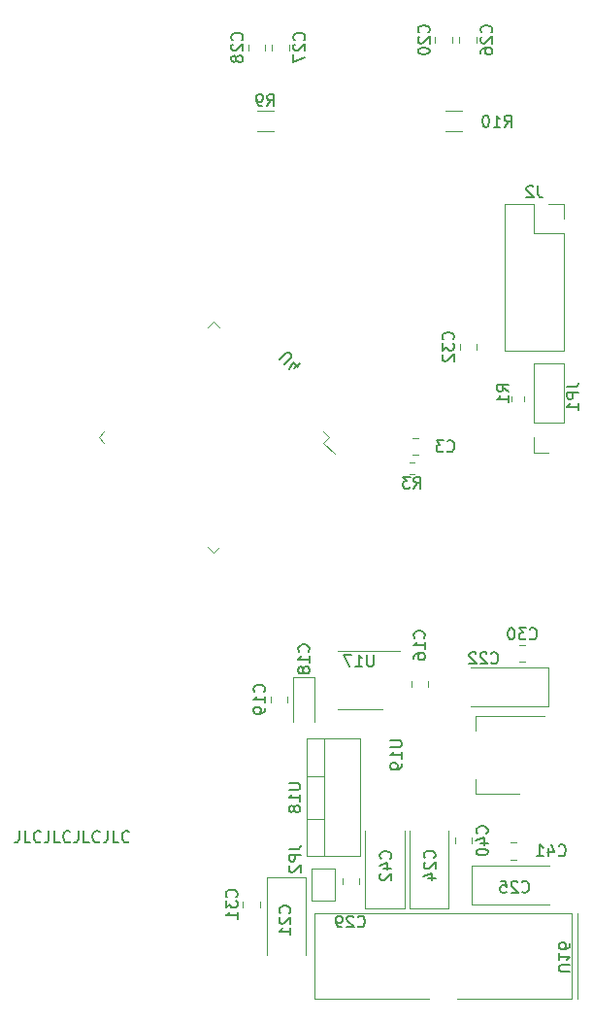
<source format=gbr>
%TF.GenerationSoftware,KiCad,Pcbnew,(6.0.6)*%
%TF.CreationDate,2022-11-26T14:51:24+01:00*%
%TF.ProjectId,wt,77742e6b-6963-4616-945f-706362585858,rev?*%
%TF.SameCoordinates,Original*%
%TF.FileFunction,Legend,Bot*%
%TF.FilePolarity,Positive*%
%FSLAX46Y46*%
G04 Gerber Fmt 4.6, Leading zero omitted, Abs format (unit mm)*
G04 Created by KiCad (PCBNEW (6.0.6)) date 2022-11-26 14:51:24*
%MOMM*%
%LPD*%
G01*
G04 APERTURE LIST*
%ADD10C,0.150000*%
%ADD11C,0.120000*%
G04 APERTURE END LIST*
D10*
%TO.C,REF\u002A\u002A*%
X20933352Y20715219D02*
X20933352Y20000933D01*
X20885733Y19858076D01*
X20790495Y19762838D01*
X20647638Y19715219D01*
X20552400Y19715219D01*
X21885733Y19715219D02*
X21409542Y19715219D01*
X21409542Y20715219D01*
X22790495Y19810457D02*
X22742876Y19762838D01*
X22600019Y19715219D01*
X22504780Y19715219D01*
X22361923Y19762838D01*
X22266685Y19858076D01*
X22219066Y19953314D01*
X22171447Y20143790D01*
X22171447Y20286647D01*
X22219066Y20477123D01*
X22266685Y20572361D01*
X22361923Y20667600D01*
X22504780Y20715219D01*
X22600019Y20715219D01*
X22742876Y20667600D01*
X22790495Y20619980D01*
X23504780Y20715219D02*
X23504780Y20000933D01*
X23457161Y19858076D01*
X23361923Y19762838D01*
X23219066Y19715219D01*
X23123828Y19715219D01*
X24457161Y19715219D02*
X23980971Y19715219D01*
X23980971Y20715219D01*
X25361923Y19810457D02*
X25314304Y19762838D01*
X25171447Y19715219D01*
X25076209Y19715219D01*
X24933352Y19762838D01*
X24838114Y19858076D01*
X24790495Y19953314D01*
X24742876Y20143790D01*
X24742876Y20286647D01*
X24790495Y20477123D01*
X24838114Y20572361D01*
X24933352Y20667600D01*
X25076209Y20715219D01*
X25171447Y20715219D01*
X25314304Y20667600D01*
X25361923Y20619980D01*
X26076209Y20715219D02*
X26076209Y20000933D01*
X26028590Y19858076D01*
X25933352Y19762838D01*
X25790495Y19715219D01*
X25695257Y19715219D01*
X27028590Y19715219D02*
X26552400Y19715219D01*
X26552400Y20715219D01*
X27933352Y19810457D02*
X27885733Y19762838D01*
X27742876Y19715219D01*
X27647638Y19715219D01*
X27504780Y19762838D01*
X27409542Y19858076D01*
X27361923Y19953314D01*
X27314304Y20143790D01*
X27314304Y20286647D01*
X27361923Y20477123D01*
X27409542Y20572361D01*
X27504780Y20667600D01*
X27647638Y20715219D01*
X27742876Y20715219D01*
X27885733Y20667600D01*
X27933352Y20619980D01*
X28647638Y20715219D02*
X28647638Y20000933D01*
X28600019Y19858076D01*
X28504780Y19762838D01*
X28361923Y19715219D01*
X28266685Y19715219D01*
X29600019Y19715219D02*
X29123828Y19715219D01*
X29123828Y20715219D01*
X30504780Y19810457D02*
X30457161Y19762838D01*
X30314304Y19715219D01*
X30219066Y19715219D01*
X30076209Y19762838D01*
X29980971Y19858076D01*
X29933352Y19953314D01*
X29885733Y20143790D01*
X29885733Y20286647D01*
X29933352Y20477123D01*
X29980971Y20572361D01*
X30076209Y20667600D01*
X30219066Y20715219D01*
X30314304Y20715219D01*
X30457161Y20667600D01*
X30504780Y20619980D01*
%TO.C,C27*%
X45750542Y89644457D02*
X45798161Y89692076D01*
X45845780Y89834933D01*
X45845780Y89930171D01*
X45798161Y90073028D01*
X45702923Y90168266D01*
X45607685Y90215885D01*
X45417209Y90263504D01*
X45274352Y90263504D01*
X45083876Y90215885D01*
X44988638Y90168266D01*
X44893400Y90073028D01*
X44845780Y89930171D01*
X44845780Y89834933D01*
X44893400Y89692076D01*
X44941019Y89644457D01*
X44941019Y89263504D02*
X44893400Y89215885D01*
X44845780Y89120647D01*
X44845780Y88882552D01*
X44893400Y88787314D01*
X44941019Y88739695D01*
X45036257Y88692076D01*
X45131495Y88692076D01*
X45274352Y88739695D01*
X45845780Y89311123D01*
X45845780Y88692076D01*
X44845780Y88358742D02*
X44845780Y87692076D01*
X45845780Y88120647D01*
%TO.C,R3*%
X55353866Y50582019D02*
X55687200Y51058209D01*
X55925295Y50582019D02*
X55925295Y51582019D01*
X55544342Y51582019D01*
X55449104Y51534400D01*
X55401485Y51486780D01*
X55353866Y51391542D01*
X55353866Y51248685D01*
X55401485Y51153447D01*
X55449104Y51105828D01*
X55544342Y51058209D01*
X55925295Y51058209D01*
X55020533Y51582019D02*
X54401485Y51582019D01*
X54734819Y51201066D01*
X54591961Y51201066D01*
X54496723Y51153447D01*
X54449104Y51105828D01*
X54401485Y51010590D01*
X54401485Y50772495D01*
X54449104Y50677257D01*
X54496723Y50629638D01*
X54591961Y50582019D01*
X54877676Y50582019D01*
X54972914Y50629638D01*
X55020533Y50677257D01*
%TO.C,C40*%
X61701742Y20505657D02*
X61749361Y20553276D01*
X61796980Y20696133D01*
X61796980Y20791371D01*
X61749361Y20934228D01*
X61654123Y21029466D01*
X61558885Y21077085D01*
X61368409Y21124704D01*
X61225552Y21124704D01*
X61035076Y21077085D01*
X60939838Y21029466D01*
X60844600Y20934228D01*
X60796980Y20791371D01*
X60796980Y20696133D01*
X60844600Y20553276D01*
X60892219Y20505657D01*
X61130314Y19648514D02*
X61796980Y19648514D01*
X60749361Y19886609D02*
X61463647Y20124704D01*
X61463647Y19505657D01*
X60796980Y18934228D02*
X60796980Y18838990D01*
X60844600Y18743752D01*
X60892219Y18696133D01*
X60987457Y18648514D01*
X61177933Y18600895D01*
X61416028Y18600895D01*
X61606504Y18648514D01*
X61701742Y18696133D01*
X61749361Y18743752D01*
X61796980Y18838990D01*
X61796980Y18934228D01*
X61749361Y19029466D01*
X61701742Y19077085D01*
X61606504Y19124704D01*
X61416028Y19172323D01*
X61177933Y19172323D01*
X60987457Y19124704D01*
X60892219Y19077085D01*
X60844600Y19029466D01*
X60796980Y18934228D01*
%TO.C,C25*%
X64777857Y15441657D02*
X64825476Y15394038D01*
X64968333Y15346419D01*
X65063571Y15346419D01*
X65206428Y15394038D01*
X65301666Y15489276D01*
X65349285Y15584514D01*
X65396904Y15774990D01*
X65396904Y15917847D01*
X65349285Y16108323D01*
X65301666Y16203561D01*
X65206428Y16298800D01*
X65063571Y16346419D01*
X64968333Y16346419D01*
X64825476Y16298800D01*
X64777857Y16251180D01*
X64396904Y16251180D02*
X64349285Y16298800D01*
X64254047Y16346419D01*
X64015952Y16346419D01*
X63920714Y16298800D01*
X63873095Y16251180D01*
X63825476Y16155942D01*
X63825476Y16060704D01*
X63873095Y15917847D01*
X64444523Y15346419D01*
X63825476Y15346419D01*
X62920714Y16346419D02*
X63396904Y16346419D01*
X63444523Y15870228D01*
X63396904Y15917847D01*
X63301666Y15965466D01*
X63063571Y15965466D01*
X62968333Y15917847D01*
X62920714Y15870228D01*
X62873095Y15774990D01*
X62873095Y15536895D01*
X62920714Y15441657D01*
X62968333Y15394038D01*
X63063571Y15346419D01*
X63301666Y15346419D01*
X63396904Y15394038D01*
X63444523Y15441657D01*
%TO.C,C26*%
X62082742Y90304857D02*
X62130361Y90352476D01*
X62177980Y90495333D01*
X62177980Y90590571D01*
X62130361Y90733428D01*
X62035123Y90828666D01*
X61939885Y90876285D01*
X61749409Y90923904D01*
X61606552Y90923904D01*
X61416076Y90876285D01*
X61320838Y90828666D01*
X61225600Y90733428D01*
X61177980Y90590571D01*
X61177980Y90495333D01*
X61225600Y90352476D01*
X61273219Y90304857D01*
X61273219Y89923904D02*
X61225600Y89876285D01*
X61177980Y89781047D01*
X61177980Y89542952D01*
X61225600Y89447714D01*
X61273219Y89400095D01*
X61368457Y89352476D01*
X61463695Y89352476D01*
X61606552Y89400095D01*
X62177980Y89971523D01*
X62177980Y89352476D01*
X61177980Y88495333D02*
X61177980Y88685809D01*
X61225600Y88781047D01*
X61273219Y88828666D01*
X61416076Y88923904D01*
X61606552Y88971523D01*
X61987504Y88971523D01*
X62082742Y88923904D01*
X62130361Y88876285D01*
X62177980Y88781047D01*
X62177980Y88590571D01*
X62130361Y88495333D01*
X62082742Y88447714D01*
X61987504Y88400095D01*
X61749409Y88400095D01*
X61654171Y88447714D01*
X61606552Y88495333D01*
X61558933Y88590571D01*
X61558933Y88781047D01*
X61606552Y88876285D01*
X61654171Y88923904D01*
X61749409Y88971523D01*
%TO.C,C3*%
X58255866Y53853057D02*
X58303485Y53805438D01*
X58446342Y53757819D01*
X58541580Y53757819D01*
X58684438Y53805438D01*
X58779676Y53900676D01*
X58827295Y53995914D01*
X58874914Y54186390D01*
X58874914Y54329247D01*
X58827295Y54519723D01*
X58779676Y54614961D01*
X58684438Y54710200D01*
X58541580Y54757819D01*
X58446342Y54757819D01*
X58303485Y54710200D01*
X58255866Y54662580D01*
X57922533Y54757819D02*
X57303485Y54757819D01*
X57636819Y54376866D01*
X57493961Y54376866D01*
X57398723Y54329247D01*
X57351104Y54281628D01*
X57303485Y54186390D01*
X57303485Y53948295D01*
X57351104Y53853057D01*
X57398723Y53805438D01*
X57493961Y53757819D01*
X57779676Y53757819D01*
X57874914Y53805438D01*
X57922533Y53853057D01*
%TO.C,C16*%
X56227342Y37539257D02*
X56274961Y37586876D01*
X56322580Y37729733D01*
X56322580Y37824971D01*
X56274961Y37967828D01*
X56179723Y38063066D01*
X56084485Y38110685D01*
X55894009Y38158304D01*
X55751152Y38158304D01*
X55560676Y38110685D01*
X55465438Y38063066D01*
X55370200Y37967828D01*
X55322580Y37824971D01*
X55322580Y37729733D01*
X55370200Y37586876D01*
X55417819Y37539257D01*
X56322580Y36586876D02*
X56322580Y37158304D01*
X56322580Y36872590D02*
X55322580Y36872590D01*
X55465438Y36967828D01*
X55560676Y37063066D01*
X55608295Y37158304D01*
X55322580Y35729733D02*
X55322580Y35920209D01*
X55370200Y36015447D01*
X55417819Y36063066D01*
X55560676Y36158304D01*
X55751152Y36205923D01*
X56132104Y36205923D01*
X56227342Y36158304D01*
X56274961Y36110685D01*
X56322580Y36015447D01*
X56322580Y35824971D01*
X56274961Y35729733D01*
X56227342Y35682114D01*
X56132104Y35634495D01*
X55894009Y35634495D01*
X55798771Y35682114D01*
X55751152Y35729733D01*
X55703533Y35824971D01*
X55703533Y36015447D01*
X55751152Y36110685D01*
X55798771Y36158304D01*
X55894009Y36205923D01*
%TO.C,R10*%
X63253857Y82072219D02*
X63587190Y82548409D01*
X63825285Y82072219D02*
X63825285Y83072219D01*
X63444333Y83072219D01*
X63349095Y83024600D01*
X63301476Y82976980D01*
X63253857Y82881742D01*
X63253857Y82738885D01*
X63301476Y82643647D01*
X63349095Y82596028D01*
X63444333Y82548409D01*
X63825285Y82548409D01*
X62301476Y82072219D02*
X62872904Y82072219D01*
X62587190Y82072219D02*
X62587190Y83072219D01*
X62682428Y82929361D01*
X62777666Y82834123D01*
X62872904Y82786504D01*
X61682428Y83072219D02*
X61587190Y83072219D01*
X61491952Y83024600D01*
X61444333Y82976980D01*
X61396714Y82881742D01*
X61349095Y82691266D01*
X61349095Y82453171D01*
X61396714Y82262695D01*
X61444333Y82167457D01*
X61491952Y82119838D01*
X61587190Y82072219D01*
X61682428Y82072219D01*
X61777666Y82119838D01*
X61825285Y82167457D01*
X61872904Y82262695D01*
X61920523Y82453171D01*
X61920523Y82691266D01*
X61872904Y82881742D01*
X61825285Y82976980D01*
X61777666Y83024600D01*
X61682428Y83072219D01*
%TO.C,U4*%
X43631772Y61828868D02*
X44204192Y62401288D01*
X44305207Y62434960D01*
X44372551Y62434960D01*
X44473566Y62401288D01*
X44608253Y62266601D01*
X44641925Y62165586D01*
X44641925Y62098242D01*
X44608253Y61997227D01*
X44035833Y61424807D01*
X44911299Y61020746D02*
X45382703Y61492151D01*
X44473566Y60919731D02*
X44810284Y61593166D01*
X45248016Y61155433D01*
%TO.C,C32*%
X58748143Y63558657D02*
X58795762Y63606276D01*
X58843381Y63749133D01*
X58843381Y63844371D01*
X58795762Y63987228D01*
X58700524Y64082466D01*
X58605286Y64130085D01*
X58414810Y64177704D01*
X58271953Y64177704D01*
X58081477Y64130085D01*
X57986239Y64082466D01*
X57891001Y63987228D01*
X57843381Y63844371D01*
X57843381Y63749133D01*
X57891001Y63606276D01*
X57938620Y63558657D01*
X57843381Y63225323D02*
X57843381Y62606276D01*
X58224334Y62939609D01*
X58224334Y62796752D01*
X58271953Y62701514D01*
X58319572Y62653895D01*
X58414810Y62606276D01*
X58652905Y62606276D01*
X58748143Y62653895D01*
X58795762Y62701514D01*
X58843381Y62796752D01*
X58843381Y63082466D01*
X58795762Y63177704D01*
X58748143Y63225323D01*
X57938620Y62225323D02*
X57891001Y62177704D01*
X57843381Y62082466D01*
X57843381Y61844371D01*
X57891001Y61749133D01*
X57938620Y61701514D01*
X58033858Y61653895D01*
X58129096Y61653895D01*
X58271953Y61701514D01*
X58843381Y62272942D01*
X58843381Y61653895D01*
%TO.C,J2*%
X66175133Y76939019D02*
X66175133Y76224733D01*
X66222752Y76081876D01*
X66317990Y75986638D01*
X66460847Y75939019D01*
X66556085Y75939019D01*
X65746561Y76843780D02*
X65698942Y76891400D01*
X65603704Y76939019D01*
X65365609Y76939019D01*
X65270371Y76891400D01*
X65222752Y76843780D01*
X65175133Y76748542D01*
X65175133Y76653304D01*
X65222752Y76510447D01*
X65794180Y75939019D01*
X65175133Y75939019D01*
%TO.C,JP1*%
X68692780Y59405732D02*
X69407066Y59405732D01*
X69549923Y59453351D01*
X69645161Y59548589D01*
X69692780Y59691446D01*
X69692780Y59786684D01*
X69692780Y58929541D02*
X68692780Y58929541D01*
X68692780Y58548589D01*
X68740400Y58453351D01*
X68788019Y58405732D01*
X68883257Y58358113D01*
X69026114Y58358113D01*
X69121352Y58405732D01*
X69168971Y58453351D01*
X69216590Y58548589D01*
X69216590Y58929541D01*
X69692780Y57405732D02*
X69692780Y57977160D01*
X69692780Y57691446D02*
X68692780Y57691446D01*
X68835638Y57786684D01*
X68930876Y57881922D01*
X68978495Y57977160D01*
%TO.C,C30*%
X65463657Y37492457D02*
X65511276Y37444838D01*
X65654133Y37397219D01*
X65749371Y37397219D01*
X65892228Y37444838D01*
X65987466Y37540076D01*
X66035085Y37635314D01*
X66082704Y37825790D01*
X66082704Y37968647D01*
X66035085Y38159123D01*
X65987466Y38254361D01*
X65892228Y38349600D01*
X65749371Y38397219D01*
X65654133Y38397219D01*
X65511276Y38349600D01*
X65463657Y38301980D01*
X65130323Y38397219D02*
X64511276Y38397219D01*
X64844609Y38016266D01*
X64701752Y38016266D01*
X64606514Y37968647D01*
X64558895Y37921028D01*
X64511276Y37825790D01*
X64511276Y37587695D01*
X64558895Y37492457D01*
X64606514Y37444838D01*
X64701752Y37397219D01*
X64987466Y37397219D01*
X65082704Y37444838D01*
X65130323Y37492457D01*
X63892228Y38397219D02*
X63796990Y38397219D01*
X63701752Y38349600D01*
X63654133Y38301980D01*
X63606514Y38206742D01*
X63558895Y38016266D01*
X63558895Y37778171D01*
X63606514Y37587695D01*
X63654133Y37492457D01*
X63701752Y37444838D01*
X63796990Y37397219D01*
X63892228Y37397219D01*
X63987466Y37444838D01*
X64035085Y37492457D01*
X64082704Y37587695D01*
X64130323Y37778171D01*
X64130323Y38016266D01*
X64082704Y38206742D01*
X64035085Y38301980D01*
X63987466Y38349600D01*
X63892228Y38397219D01*
%TO.C,C24*%
X57126142Y18372057D02*
X57173761Y18419676D01*
X57221380Y18562533D01*
X57221380Y18657771D01*
X57173761Y18800628D01*
X57078523Y18895866D01*
X56983285Y18943485D01*
X56792809Y18991104D01*
X56649952Y18991104D01*
X56459476Y18943485D01*
X56364238Y18895866D01*
X56269000Y18800628D01*
X56221380Y18657771D01*
X56221380Y18562533D01*
X56269000Y18419676D01*
X56316619Y18372057D01*
X56316619Y17991104D02*
X56269000Y17943485D01*
X56221380Y17848247D01*
X56221380Y17610152D01*
X56269000Y17514914D01*
X56316619Y17467295D01*
X56411857Y17419676D01*
X56507095Y17419676D01*
X56649952Y17467295D01*
X57221380Y18038723D01*
X57221380Y17419676D01*
X56554714Y16562533D02*
X57221380Y16562533D01*
X56173761Y16800628D02*
X56888047Y17038723D01*
X56888047Y16419676D01*
%TO.C,C41*%
X67978257Y18616657D02*
X68025876Y18569038D01*
X68168733Y18521419D01*
X68263971Y18521419D01*
X68406828Y18569038D01*
X68502066Y18664276D01*
X68549685Y18759514D01*
X68597304Y18949990D01*
X68597304Y19092847D01*
X68549685Y19283323D01*
X68502066Y19378561D01*
X68406828Y19473800D01*
X68263971Y19521419D01*
X68168733Y19521419D01*
X68025876Y19473800D01*
X67978257Y19426180D01*
X67121114Y19188085D02*
X67121114Y18521419D01*
X67359209Y19569038D02*
X67597304Y18854752D01*
X66978257Y18854752D01*
X66073495Y18521419D02*
X66644923Y18521419D01*
X66359209Y18521419D02*
X66359209Y19521419D01*
X66454447Y19378561D01*
X66549685Y19283323D01*
X66644923Y19235704D01*
%TO.C,U17*%
X51826095Y36065019D02*
X51826095Y35255495D01*
X51778476Y35160257D01*
X51730857Y35112638D01*
X51635619Y35065019D01*
X51445142Y35065019D01*
X51349904Y35112638D01*
X51302285Y35160257D01*
X51254666Y35255495D01*
X51254666Y36065019D01*
X50254666Y35065019D02*
X50826095Y35065019D01*
X50540380Y35065019D02*
X50540380Y36065019D01*
X50635619Y35922161D01*
X50730857Y35826923D01*
X50826095Y35779304D01*
X49921333Y36065019D02*
X49254666Y36065019D01*
X49683238Y35065019D01*
%TO.C,C42*%
X53290742Y18321257D02*
X53338361Y18368876D01*
X53385980Y18511733D01*
X53385980Y18606971D01*
X53338361Y18749828D01*
X53243123Y18845066D01*
X53147885Y18892685D01*
X52957409Y18940304D01*
X52814552Y18940304D01*
X52624076Y18892685D01*
X52528838Y18845066D01*
X52433600Y18749828D01*
X52385980Y18606971D01*
X52385980Y18511733D01*
X52433600Y18368876D01*
X52481219Y18321257D01*
X52719314Y17464114D02*
X53385980Y17464114D01*
X52338361Y17702209D02*
X53052647Y17940304D01*
X53052647Y17321257D01*
X52481219Y16987923D02*
X52433600Y16940304D01*
X52385980Y16845066D01*
X52385980Y16606971D01*
X52433600Y16511733D01*
X52481219Y16464114D01*
X52576457Y16416495D01*
X52671695Y16416495D01*
X52814552Y16464114D01*
X53385980Y17035542D01*
X53385980Y16416495D01*
%TO.C,R9*%
X42559266Y83901019D02*
X42892600Y84377209D01*
X43130695Y83901019D02*
X43130695Y84901019D01*
X42749742Y84901019D01*
X42654504Y84853400D01*
X42606885Y84805780D01*
X42559266Y84710542D01*
X42559266Y84567685D01*
X42606885Y84472447D01*
X42654504Y84424828D01*
X42749742Y84377209D01*
X43130695Y84377209D01*
X42083076Y83901019D02*
X41892600Y83901019D01*
X41797361Y83948638D01*
X41749742Y83996257D01*
X41654504Y84139114D01*
X41606885Y84329590D01*
X41606885Y84710542D01*
X41654504Y84805780D01*
X41702123Y84853400D01*
X41797361Y84901019D01*
X41987838Y84901019D01*
X42083076Y84853400D01*
X42130695Y84805780D01*
X42178314Y84710542D01*
X42178314Y84472447D01*
X42130695Y84377209D01*
X42083076Y84329590D01*
X41987838Y84281971D01*
X41797361Y84281971D01*
X41702123Y84329590D01*
X41654504Y84377209D01*
X41606885Y84472447D01*
%TO.C,U18*%
X44438180Y24885495D02*
X45247704Y24885495D01*
X45342942Y24837876D01*
X45390561Y24790257D01*
X45438180Y24695019D01*
X45438180Y24504542D01*
X45390561Y24409304D01*
X45342942Y24361685D01*
X45247704Y24314066D01*
X44438180Y24314066D01*
X45438180Y23314066D02*
X45438180Y23885495D01*
X45438180Y23599780D02*
X44438180Y23599780D01*
X44581038Y23695019D01*
X44676276Y23790257D01*
X44723895Y23885495D01*
X44866752Y22742638D02*
X44819133Y22837876D01*
X44771514Y22885495D01*
X44676276Y22933114D01*
X44628657Y22933114D01*
X44533419Y22885495D01*
X44485800Y22837876D01*
X44438180Y22742638D01*
X44438180Y22552161D01*
X44485800Y22456923D01*
X44533419Y22409304D01*
X44628657Y22361685D01*
X44676276Y22361685D01*
X44771514Y22409304D01*
X44819133Y22456923D01*
X44866752Y22552161D01*
X44866752Y22742638D01*
X44914371Y22837876D01*
X44961990Y22885495D01*
X45057228Y22933114D01*
X45247704Y22933114D01*
X45342942Y22885495D01*
X45390561Y22837876D01*
X45438180Y22742638D01*
X45438180Y22552161D01*
X45390561Y22456923D01*
X45342942Y22409304D01*
X45247704Y22361685D01*
X45057228Y22361685D01*
X44961990Y22409304D01*
X44914371Y22456923D01*
X44866752Y22552161D01*
%TO.C,C19*%
X42274742Y32850057D02*
X42322361Y32897676D01*
X42369980Y33040533D01*
X42369980Y33135771D01*
X42322361Y33278628D01*
X42227123Y33373866D01*
X42131885Y33421485D01*
X41941409Y33469104D01*
X41798552Y33469104D01*
X41608076Y33421485D01*
X41512838Y33373866D01*
X41417600Y33278628D01*
X41369980Y33135771D01*
X41369980Y33040533D01*
X41417600Y32897676D01*
X41465219Y32850057D01*
X42369980Y31897676D02*
X42369980Y32469104D01*
X42369980Y32183390D02*
X41369980Y32183390D01*
X41512838Y32278628D01*
X41608076Y32373866D01*
X41655695Y32469104D01*
X42369980Y31421485D02*
X42369980Y31231009D01*
X42322361Y31135771D01*
X42274742Y31088152D01*
X42131885Y30992914D01*
X41941409Y30945295D01*
X41560457Y30945295D01*
X41465219Y30992914D01*
X41417600Y31040533D01*
X41369980Y31135771D01*
X41369980Y31326247D01*
X41417600Y31421485D01*
X41465219Y31469104D01*
X41560457Y31516723D01*
X41798552Y31516723D01*
X41893790Y31469104D01*
X41941409Y31421485D01*
X41989028Y31326247D01*
X41989028Y31135771D01*
X41941409Y31040533D01*
X41893790Y30992914D01*
X41798552Y30945295D01*
%TO.C,U16*%
X68975219Y8464704D02*
X68165695Y8464704D01*
X68070457Y8512323D01*
X68022838Y8559942D01*
X67975219Y8655180D01*
X67975219Y8845657D01*
X68022838Y8940895D01*
X68070457Y8988514D01*
X68165695Y9036133D01*
X68975219Y9036133D01*
X67975219Y10036133D02*
X67975219Y9464704D01*
X67975219Y9750419D02*
X68975219Y9750419D01*
X68832361Y9655180D01*
X68737123Y9559942D01*
X68689504Y9464704D01*
X68975219Y10893276D02*
X68975219Y10702800D01*
X68927600Y10607561D01*
X68879980Y10559942D01*
X68737123Y10464704D01*
X68546647Y10417085D01*
X68165695Y10417085D01*
X68070457Y10464704D01*
X68022838Y10512323D01*
X67975219Y10607561D01*
X67975219Y10798038D01*
X68022838Y10893276D01*
X68070457Y10940895D01*
X68165695Y10988514D01*
X68403790Y10988514D01*
X68499028Y10940895D01*
X68546647Y10893276D01*
X68594266Y10798038D01*
X68594266Y10607561D01*
X68546647Y10512323D01*
X68499028Y10464704D01*
X68403790Y10417085D01*
%TO.C,C20*%
X56614542Y90304857D02*
X56662161Y90352476D01*
X56709780Y90495333D01*
X56709780Y90590571D01*
X56662161Y90733428D01*
X56566923Y90828666D01*
X56471685Y90876285D01*
X56281209Y90923904D01*
X56138352Y90923904D01*
X55947876Y90876285D01*
X55852638Y90828666D01*
X55757400Y90733428D01*
X55709780Y90590571D01*
X55709780Y90495333D01*
X55757400Y90352476D01*
X55805019Y90304857D01*
X55805019Y89923904D02*
X55757400Y89876285D01*
X55709780Y89781047D01*
X55709780Y89542952D01*
X55757400Y89447714D01*
X55805019Y89400095D01*
X55900257Y89352476D01*
X55995495Y89352476D01*
X56138352Y89400095D01*
X56709780Y89971523D01*
X56709780Y89352476D01*
X55709780Y88733428D02*
X55709780Y88638190D01*
X55757400Y88542952D01*
X55805019Y88495333D01*
X55900257Y88447714D01*
X56090733Y88400095D01*
X56328828Y88400095D01*
X56519304Y88447714D01*
X56614542Y88495333D01*
X56662161Y88542952D01*
X56709780Y88638190D01*
X56709780Y88733428D01*
X56662161Y88828666D01*
X56614542Y88876285D01*
X56519304Y88923904D01*
X56328828Y88971523D01*
X56090733Y88971523D01*
X55900257Y88923904D01*
X55805019Y88876285D01*
X55757400Y88828666D01*
X55709780Y88733428D01*
%TO.C,C21*%
X44505942Y13571457D02*
X44553561Y13619076D01*
X44601180Y13761933D01*
X44601180Y13857171D01*
X44553561Y14000028D01*
X44458323Y14095266D01*
X44363085Y14142885D01*
X44172609Y14190504D01*
X44029752Y14190504D01*
X43839276Y14142885D01*
X43744038Y14095266D01*
X43648800Y14000028D01*
X43601180Y13857171D01*
X43601180Y13761933D01*
X43648800Y13619076D01*
X43696419Y13571457D01*
X43696419Y13190504D02*
X43648800Y13142885D01*
X43601180Y13047647D01*
X43601180Y12809552D01*
X43648800Y12714314D01*
X43696419Y12666695D01*
X43791657Y12619076D01*
X43886895Y12619076D01*
X44029752Y12666695D01*
X44601180Y13238123D01*
X44601180Y12619076D01*
X44601180Y11666695D02*
X44601180Y12238123D01*
X44601180Y11952409D02*
X43601180Y11952409D01*
X43744038Y12047647D01*
X43839276Y12142885D01*
X43886895Y12238123D01*
%TO.C,R1*%
X63596780Y59018466D02*
X63120590Y59351800D01*
X63596780Y59589895D02*
X62596780Y59589895D01*
X62596780Y59208942D01*
X62644400Y59113704D01*
X62692019Y59066085D01*
X62787257Y59018466D01*
X62930114Y59018466D01*
X63025352Y59066085D01*
X63072971Y59113704D01*
X63120590Y59208942D01*
X63120590Y59589895D01*
X63596780Y58066085D02*
X63596780Y58637514D01*
X63596780Y58351800D02*
X62596780Y58351800D01*
X62739638Y58447038D01*
X62834876Y58542276D01*
X62882495Y58637514D01*
%TO.C,C18*%
X46144542Y36343457D02*
X46192161Y36391076D01*
X46239780Y36533933D01*
X46239780Y36629171D01*
X46192161Y36772028D01*
X46096923Y36867266D01*
X46001685Y36914885D01*
X45811209Y36962504D01*
X45668352Y36962504D01*
X45477876Y36914885D01*
X45382638Y36867266D01*
X45287400Y36772028D01*
X45239780Y36629171D01*
X45239780Y36533933D01*
X45287400Y36391076D01*
X45335019Y36343457D01*
X46239780Y35391076D02*
X46239780Y35962504D01*
X46239780Y35676790D02*
X45239780Y35676790D01*
X45382638Y35772028D01*
X45477876Y35867266D01*
X45525495Y35962504D01*
X45668352Y34819647D02*
X45620733Y34914885D01*
X45573114Y34962504D01*
X45477876Y35010123D01*
X45430257Y35010123D01*
X45335019Y34962504D01*
X45287400Y34914885D01*
X45239780Y34819647D01*
X45239780Y34629171D01*
X45287400Y34533933D01*
X45335019Y34486314D01*
X45430257Y34438695D01*
X45477876Y34438695D01*
X45573114Y34486314D01*
X45620733Y34533933D01*
X45668352Y34629171D01*
X45668352Y34819647D01*
X45715971Y34914885D01*
X45763590Y34962504D01*
X45858828Y35010123D01*
X46049304Y35010123D01*
X46144542Y34962504D01*
X46192161Y34914885D01*
X46239780Y34819647D01*
X46239780Y34629171D01*
X46192161Y34533933D01*
X46144542Y34486314D01*
X46049304Y34438695D01*
X45858828Y34438695D01*
X45763590Y34486314D01*
X45715971Y34533933D01*
X45668352Y34629171D01*
%TO.C,U19*%
X53300380Y28593895D02*
X54109904Y28593895D01*
X54205142Y28546276D01*
X54252761Y28498657D01*
X54300380Y28403419D01*
X54300380Y28212942D01*
X54252761Y28117704D01*
X54205142Y28070085D01*
X54109904Y28022466D01*
X53300380Y28022466D01*
X54300380Y27022466D02*
X54300380Y27593895D01*
X54300380Y27308180D02*
X53300380Y27308180D01*
X53443238Y27403419D01*
X53538476Y27498657D01*
X53586095Y27593895D01*
X54300380Y26546276D02*
X54300380Y26355800D01*
X54252761Y26260561D01*
X54205142Y26212942D01*
X54062285Y26117704D01*
X53871809Y26070085D01*
X53490857Y26070085D01*
X53395619Y26117704D01*
X53348000Y26165323D01*
X53300380Y26260561D01*
X53300380Y26451038D01*
X53348000Y26546276D01*
X53395619Y26593895D01*
X53490857Y26641514D01*
X53728952Y26641514D01*
X53824190Y26593895D01*
X53871809Y26546276D01*
X53919428Y26451038D01*
X53919428Y26260561D01*
X53871809Y26165323D01*
X53824190Y26117704D01*
X53728952Y26070085D01*
%TO.C,C22*%
X62085457Y35380657D02*
X62133076Y35333038D01*
X62275933Y35285419D01*
X62371171Y35285419D01*
X62514028Y35333038D01*
X62609266Y35428276D01*
X62656885Y35523514D01*
X62704504Y35713990D01*
X62704504Y35856847D01*
X62656885Y36047323D01*
X62609266Y36142561D01*
X62514028Y36237800D01*
X62371171Y36285419D01*
X62275933Y36285419D01*
X62133076Y36237800D01*
X62085457Y36190180D01*
X61704504Y36190180D02*
X61656885Y36237800D01*
X61561647Y36285419D01*
X61323552Y36285419D01*
X61228314Y36237800D01*
X61180695Y36190180D01*
X61133076Y36094942D01*
X61133076Y35999704D01*
X61180695Y35856847D01*
X61752123Y35285419D01*
X61133076Y35285419D01*
X60752123Y36190180D02*
X60704504Y36237800D01*
X60609266Y36285419D01*
X60371171Y36285419D01*
X60275933Y36237800D01*
X60228314Y36190180D01*
X60180695Y36094942D01*
X60180695Y35999704D01*
X60228314Y35856847D01*
X60799742Y35285419D01*
X60180695Y35285419D01*
%TO.C,C29*%
X50452257Y12419057D02*
X50499876Y12371438D01*
X50642733Y12323819D01*
X50737971Y12323819D01*
X50880828Y12371438D01*
X50976066Y12466676D01*
X51023685Y12561914D01*
X51071304Y12752390D01*
X51071304Y12895247D01*
X51023685Y13085723D01*
X50976066Y13180961D01*
X50880828Y13276200D01*
X50737971Y13323819D01*
X50642733Y13323819D01*
X50499876Y13276200D01*
X50452257Y13228580D01*
X50071304Y13228580D02*
X50023685Y13276200D01*
X49928447Y13323819D01*
X49690352Y13323819D01*
X49595114Y13276200D01*
X49547495Y13228580D01*
X49499876Y13133342D01*
X49499876Y13038104D01*
X49547495Y12895247D01*
X50118923Y12323819D01*
X49499876Y12323819D01*
X49023685Y12323819D02*
X48833209Y12323819D01*
X48737971Y12371438D01*
X48690352Y12419057D01*
X48595114Y12561914D01*
X48547495Y12752390D01*
X48547495Y13133342D01*
X48595114Y13228580D01*
X48642733Y13276200D01*
X48737971Y13323819D01*
X48928447Y13323819D01*
X49023685Y13276200D01*
X49071304Y13228580D01*
X49118923Y13133342D01*
X49118923Y12895247D01*
X49071304Y12800009D01*
X49023685Y12752390D01*
X48928447Y12704771D01*
X48737971Y12704771D01*
X48642733Y12752390D01*
X48595114Y12800009D01*
X48547495Y12895247D01*
%TO.C,C28*%
X40333142Y89644457D02*
X40380761Y89692076D01*
X40428380Y89834933D01*
X40428380Y89930171D01*
X40380761Y90073028D01*
X40285523Y90168266D01*
X40190285Y90215885D01*
X39999809Y90263504D01*
X39856952Y90263504D01*
X39666476Y90215885D01*
X39571238Y90168266D01*
X39476000Y90073028D01*
X39428380Y89930171D01*
X39428380Y89834933D01*
X39476000Y89692076D01*
X39523619Y89644457D01*
X39523619Y89263504D02*
X39476000Y89215885D01*
X39428380Y89120647D01*
X39428380Y88882552D01*
X39476000Y88787314D01*
X39523619Y88739695D01*
X39618857Y88692076D01*
X39714095Y88692076D01*
X39856952Y88739695D01*
X40428380Y89311123D01*
X40428380Y88692076D01*
X39856952Y88120647D02*
X39809333Y88215885D01*
X39761714Y88263504D01*
X39666476Y88311123D01*
X39618857Y88311123D01*
X39523619Y88263504D01*
X39476000Y88215885D01*
X39428380Y88120647D01*
X39428380Y87930171D01*
X39476000Y87834933D01*
X39523619Y87787314D01*
X39618857Y87739695D01*
X39666476Y87739695D01*
X39761714Y87787314D01*
X39809333Y87834933D01*
X39856952Y87930171D01*
X39856952Y88120647D01*
X39904571Y88215885D01*
X39952190Y88263504D01*
X40047428Y88311123D01*
X40237904Y88311123D01*
X40333142Y88263504D01*
X40380761Y88215885D01*
X40428380Y88120647D01*
X40428380Y87930171D01*
X40380761Y87834933D01*
X40333142Y87787314D01*
X40237904Y87739695D01*
X40047428Y87739695D01*
X39952190Y87787314D01*
X39904571Y87834933D01*
X39856952Y87930171D01*
%TO.C,JP2*%
X44461180Y19121333D02*
X45175466Y19121333D01*
X45318323Y19168952D01*
X45413561Y19264190D01*
X45461180Y19407047D01*
X45461180Y19502285D01*
X45461180Y18645142D02*
X44461180Y18645142D01*
X44461180Y18264190D01*
X44508800Y18168952D01*
X44556419Y18121333D01*
X44651657Y18073714D01*
X44794514Y18073714D01*
X44889752Y18121333D01*
X44937371Y18168952D01*
X44984990Y18264190D01*
X44984990Y18645142D01*
X44556419Y17692761D02*
X44508800Y17645142D01*
X44461180Y17549904D01*
X44461180Y17311809D01*
X44508800Y17216571D01*
X44556419Y17168952D01*
X44651657Y17121333D01*
X44746895Y17121333D01*
X44889752Y17168952D01*
X45461180Y17740380D01*
X45461180Y17121333D01*
%TO.C,C31*%
X39850542Y14968457D02*
X39898161Y15016076D01*
X39945780Y15158933D01*
X39945780Y15254171D01*
X39898161Y15397028D01*
X39802923Y15492266D01*
X39707685Y15539885D01*
X39517209Y15587504D01*
X39374352Y15587504D01*
X39183876Y15539885D01*
X39088638Y15492266D01*
X38993400Y15397028D01*
X38945780Y15254171D01*
X38945780Y15158933D01*
X38993400Y15016076D01*
X39041019Y14968457D01*
X38945780Y14635123D02*
X38945780Y14016076D01*
X39326733Y14349409D01*
X39326733Y14206552D01*
X39374352Y14111314D01*
X39421971Y14063695D01*
X39517209Y14016076D01*
X39755304Y14016076D01*
X39850542Y14063695D01*
X39898161Y14111314D01*
X39945780Y14206552D01*
X39945780Y14492266D01*
X39898161Y14587504D01*
X39850542Y14635123D01*
X39945780Y13063695D02*
X39945780Y13635123D01*
X39945780Y13349409D02*
X38945780Y13349409D01*
X39088638Y13444647D01*
X39183876Y13539885D01*
X39231495Y13635123D01*
D11*
%TO.C,C27*%
X44448400Y88740348D02*
X44448400Y89262852D01*
X42978400Y88740348D02*
X42978400Y89262852D01*
%TO.C,R3*%
X55431458Y52871900D02*
X54956942Y52871900D01*
X55431458Y51826900D02*
X54956942Y51826900D01*
%TO.C,C40*%
X60399600Y19601548D02*
X60399600Y20124052D01*
X58929600Y19601548D02*
X58929600Y20124052D01*
%TO.C,C25*%
X60400400Y14292000D02*
X60400400Y17712000D01*
X67160400Y14292000D02*
X60400400Y14292000D01*
X60400400Y17712000D02*
X67160400Y17712000D01*
%TO.C,C26*%
X60780600Y89400748D02*
X60780600Y89923252D01*
X59310600Y89400748D02*
X59310600Y89923252D01*
%TO.C,C3*%
X55186948Y53519400D02*
X55709452Y53519400D01*
X55186948Y54989400D02*
X55709452Y54989400D01*
%TO.C,C16*%
X56615000Y33789252D02*
X56615000Y33266748D01*
X55145000Y33789252D02*
X55145000Y33266748D01*
%TO.C,R10*%
X58073936Y83485400D02*
X59528064Y83485400D01*
X58073936Y81665400D02*
X59528064Y81665400D01*
%TO.C,U4*%
X47456884Y54521425D02*
X48422084Y53556224D01*
X47456884Y55511375D02*
X47951858Y55016400D01*
X38391775Y64576484D02*
X37896800Y65071458D01*
X47951858Y55016400D02*
X47456884Y54521425D01*
X37896800Y44961342D02*
X38391775Y45456316D01*
X28336716Y54521425D02*
X27841742Y55016400D01*
X27841742Y55016400D02*
X28336716Y55511375D01*
X37896800Y65071458D02*
X37401825Y64576484D01*
X37401825Y45456316D02*
X37896800Y44961342D01*
%TO.C,C32*%
X60806000Y63177052D02*
X60806000Y62654548D01*
X59336000Y63177052D02*
X59336000Y62654548D01*
%TO.C,J2*%
X68441800Y62571400D02*
X63241800Y62571400D01*
X68441800Y72791400D02*
X68441800Y62571400D01*
X68441800Y72791400D02*
X65841800Y72791400D01*
X63241800Y75391400D02*
X63241800Y62571400D01*
X68441800Y74061400D02*
X68441800Y75391400D01*
X68441800Y75391400D02*
X67111800Y75391400D01*
X65841800Y72791400D02*
X65841800Y75391400D01*
X65841800Y75391400D02*
X63241800Y75391400D01*
%TO.C,JP1*%
X65776800Y61441399D02*
X68436800Y61441399D01*
X68436800Y56301399D02*
X68436800Y61441399D01*
X65776800Y53701399D02*
X67106800Y53701399D01*
X65776800Y56301399D02*
X68436800Y56301399D01*
X65776800Y55031399D02*
X65776800Y53701399D01*
X65776800Y56301399D02*
X65776800Y61441399D01*
%TO.C,C30*%
X65082052Y35434600D02*
X64559548Y35434600D01*
X65082052Y36904600D02*
X64559548Y36904600D01*
%TO.C,C24*%
X58352000Y20703800D02*
X58352000Y13943800D01*
X54932000Y13943800D02*
X54932000Y20703800D01*
X58352000Y13943800D02*
X54932000Y13943800D01*
%TO.C,C41*%
X63746748Y18238800D02*
X64269252Y18238800D01*
X63746748Y19708800D02*
X64269252Y19708800D01*
%TO.C,U17*%
X50647600Y36418200D02*
X48697600Y36418200D01*
X50647600Y31298200D02*
X52597600Y31298200D01*
X50647600Y31298200D02*
X48697600Y31298200D01*
X50647600Y36418200D02*
X54097600Y36418200D01*
%TO.C,C42*%
X51096600Y13943800D02*
X51096600Y20703800D01*
X54516600Y13943800D02*
X51096600Y13943800D01*
X54516600Y20703800D02*
X54516600Y13943800D01*
%TO.C,R9*%
X41640136Y81665400D02*
X43094264Y81665400D01*
X41640136Y83485400D02*
X43094264Y83485400D01*
%TO.C,U18*%
X45985800Y28767400D02*
X45985800Y18527400D01*
X47495800Y28767400D02*
X47495800Y18527400D01*
X45985800Y18527400D02*
X50626800Y18527400D01*
X45985800Y28767400D02*
X50626800Y28767400D01*
X45985800Y21796400D02*
X47495800Y21796400D01*
X50626800Y28767400D02*
X50626800Y18527400D01*
X45985800Y25497400D02*
X47495800Y25497400D01*
%TO.C,C19*%
X44332600Y32468452D02*
X44332600Y31945948D01*
X42862600Y32468452D02*
X42862600Y31945948D01*
%TO.C,U16*%
X46640600Y6079800D02*
X56640600Y6079800D01*
X59140600Y6079800D02*
X69140600Y6079800D01*
X69140600Y13579800D02*
X46640600Y13579800D01*
X69140600Y6079800D02*
X69140600Y13579800D01*
X46640600Y13579800D02*
X46640600Y6079800D01*
X69640600Y6079800D02*
X69640600Y13579800D01*
%TO.C,C20*%
X57202400Y89923252D02*
X57202400Y89400748D01*
X58672400Y89923252D02*
X58672400Y89400748D01*
%TO.C,C21*%
X42486000Y9928600D02*
X42486000Y16688600D01*
X42486000Y16688600D02*
X45906000Y16688600D01*
X45906000Y16688600D02*
X45906000Y9928600D01*
%TO.C,R1*%
X64936900Y58131942D02*
X64936900Y58606458D01*
X63891900Y58131942D02*
X63891900Y58606458D01*
%TO.C,C18*%
X46652600Y34097200D02*
X46652600Y30187200D01*
X44782600Y34097200D02*
X46652600Y34097200D01*
X44782600Y30187200D02*
X44782600Y34097200D01*
%TO.C,U19*%
X66761800Y30765800D02*
X60751800Y30765800D01*
X60751800Y23945800D02*
X60751800Y25205800D01*
X60751800Y30765800D02*
X60751800Y29505800D01*
X64511800Y23945800D02*
X60751800Y23945800D01*
%TO.C,C22*%
X67107600Y31538600D02*
X60347600Y31538600D01*
X60347600Y34958600D02*
X67107600Y34958600D01*
X67107600Y34958600D02*
X67107600Y31538600D01*
%TO.C,C29*%
X49099800Y16070948D02*
X49099800Y16593452D01*
X50569800Y16070948D02*
X50569800Y16593452D01*
%TO.C,C28*%
X42391000Y89262852D02*
X42391000Y88740348D01*
X40921000Y89262852D02*
X40921000Y88740348D01*
%TO.C,JP2*%
X46421800Y14678200D02*
X48421800Y14678200D01*
X48421800Y14678200D02*
X48421800Y17478200D01*
X48421800Y17478200D02*
X46421800Y17478200D01*
X46421800Y17478200D02*
X46421800Y14678200D01*
%TO.C,C31*%
X41908400Y14586852D02*
X41908400Y14064348D01*
X40438400Y14586852D02*
X40438400Y14064348D01*
%TD*%
M02*

</source>
